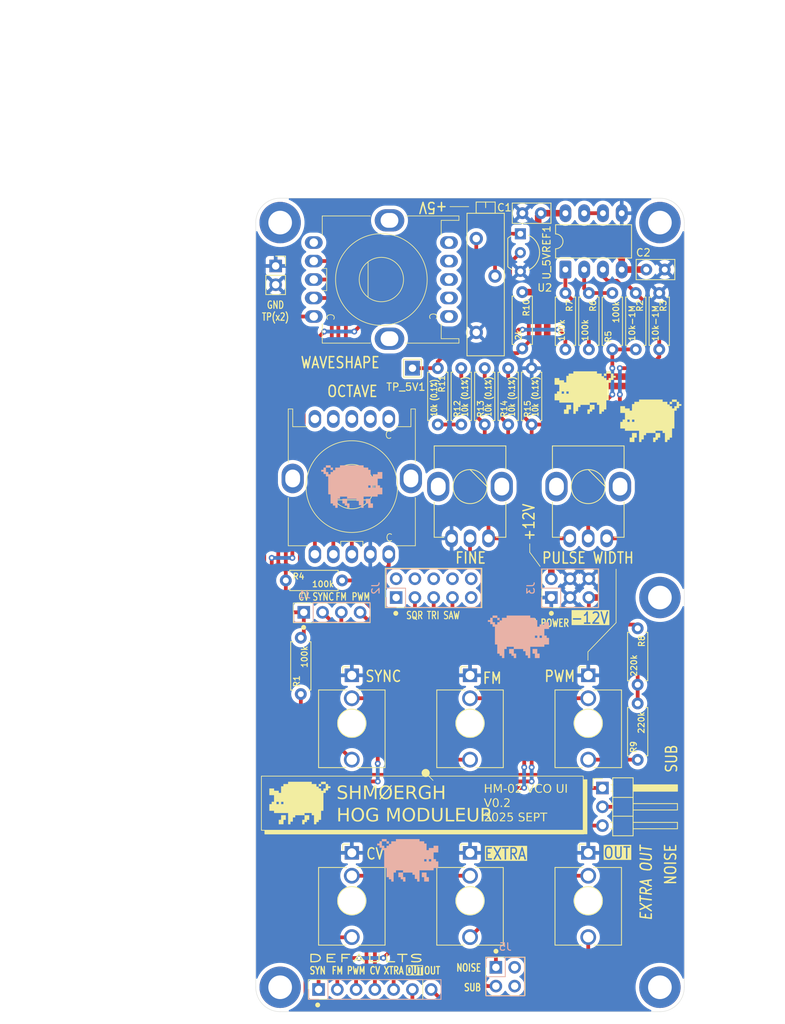
<source format=kicad_pcb>
(kicad_pcb (version 20241229) (generator "pcbnew") (generator_version "9.0")
  (layers (0 "F.Cu" signal) (2 "B.Cu" signal) (13 "F.Paste" user) (15 "B.Paste" user) (5 "F.SilkS" user "F.Silkscreen") (7 "B.SilkS" user "B.Silkscreen") (1 "F.Mask" user) (3 "B.Mask" user) (25 "Edge.Cuts" user))
  (net 0 "")
  (net 1 "HARD_SYNC")
  (net 2 "FM")
  (net 3 "CV")
  (net 4 "SQR_SHAPE")
  (net 7 "TRI")
  (net 9 "SAW")
  (net 11 "SQR")
  (net 12 "+12V")
  (net 13 "GND")
  (net 14 "-12V")
  (net 15 "NOISE")
  (net 16 "SUB")
  (net 17 "Net-(JP1-C)")
  (net 18 "Net-(J_CV1-PadT)")
  (net 19 "EXTRA_DEFAULT")
  (net 20 "OUT_DEFAULT")
  (net 21 "OUT_OUT")
  (net 22 "Net-(J_PWM1-PadT)")
  (net 23 "Net-(R4-Pad2)")
  (net 29 "Net-(U2B--)")
  (net 30 "Net-(U2A-+)")
  (net 33 "FM_DEFAULT")
  (net 34 "SYNC_DEFAULT")
  (net 35 "PWM_DEFAULT")
  (net 36 "CV_DEFAULT")
  (net 37 "PREC_1V")
  (net 38 "Net-(U2A--)")
  (net 39 "Net-(R6-Pad2)")
  (net 40 "Net-(R8-Pad1)")
  (net 41 "+5V")
  (net 42 "PREC_4V")
  (net 43 "PREC_3V")
  (net 44 "PREC_2V")
  (net 45 "Net-(U_5VREF1-IN)")
  (footprint "Shmoergh_Custom_Footprints:R_Axial_DIN0207_L6.3mm_D2.5mm_P7.62mm_Horizontal" (layer "F.Cu") (at 128.064 95.689)
    (property "Reference" "R4")
    (property "Value" "100k")
  )
  (footprint "Shmoergh_Custom_Footprints:R_Axial_DIN0207_L6.3mm_D2.5mm_P7.62mm_Horizontal" (layer "F.Cu") (at 175.689 119.946 90)
    (property "Reference" "R9")
    (property "Value" "220k")
  )
  (footprint "Shmoergh_Custom_Footprints:R_Axial_DIN0207_L6.3mm_D2.5mm_P7.62mm_Horizontal" (layer "F.Cu") (at 178.61 56.827 -90)
    (property "Reference" "R3")
    (property "Value" "10k-1M")
  )
  (footprint "Package_DIP:DIP-8_W7.62mm_LongPads" (layer "F.Cu") (at 165.91 53.652 90)
    (property "Reference" "U2")
    (property "Value" "TL072")
  )
  (footprint "Shmoergh_Custom_Footprints:Jack_3.5mm_QingPu_WQP-PJ398SM_Vertical_CircularHoles" (layer "F.Cu") (at 169 139)
    (property "Reference" "J_OUT1")
    (property "Value" "PJ398SM")
  )
  (footprint "Connector_PinSocket_2.54mm:PinSocket_1x02_P2.54mm_Vertical" (layer "F.Cu") (at 126.692 53.164)
    (property "Reference" "J4")
    (property "Value" "Conn_01x02")
  )
  (footprint "Shmoergh_Custom_Footprints:Potentiometer_Bourns_Single-PTV09A" (layer "F.Cu") (at 169 83)
    (property "Reference" "RV_PWM1")
    (property "Value" "100k")
  )
  (footprint "Shmoergh_Custom_Footprints:R_Axial_DIN0207_L6.3mm_D2.5mm_P7.62mm_Horizontal" (layer "F.Cu") (at 175.689 102.166 -90)
    (property "Reference" "R8")
    (property "Value" "220k")
  )
  (footprint "Potentiometer_THT:Potentiometer_Bourns_3006P_Horizontal" (layer "F.Cu") (at 153.845 62.152 -90)
    (property "Reference" "RV_MAIN_VCO_5V1")
    (property "Value" "10k")
  )
  (footprint "Shmoergh_Custom_Footprints:R_Axial_DIN0207_L6.3mm_D2.5mm_P7.62mm_Horizontal" (layer "F.Cu") (at 165.91 56.827 -90)
    (property "Reference" "R7")
    (property "Value" "100k")
  )
  (footprint "Shmoergh_Custom_Footprints:R_Axial_DIN0207_L6.3mm_D2.5mm_P7.62mm_Horizontal" (layer "F.Cu") (at 175.435 56.827 -90)
    (property "Reference" "R2")
    (property "Value" "10k-1M")
  )
  (footprint "Capacitor_THT:C_Disc_D5.0mm_W2.5mm_P2.50mm" (layer "F.Cu") (at 162.588 46.032 180)
    (property "Reference" "C1")
    (property "Value" "C")
  )
  (footprint "Shmoergh_Custom_Footprints:Jack_3.5mm_QingPu_WQP-PJ398SM_Vertical_CircularHoles" (layer "F.Cu") (at 153 139)
    (property "Reference" "J_EXTRA_OUT1")
    (property "Value" "PJ398SM")
  )
  (footprint "TestPoint:TestPoint_THTPad_2.0x2.0mm_Drill1.0mm" (layer "F.Cu") (at 145.209 66.987)
    (property "Reference" "TP_5V1")
    (property "Value" "TP 5V")
  )
  (footprint "Shmoergh_Custom_Footprints:Potentiometer_Bourns_Single-PTV09A" (layer "F.Cu") (at 153 83)
    (property "Reference" "RV_FINE_TUNE1")
    (property "Value" "100k")
  )
  (footprint "Shmoergh_Custom_Footprints:SR1712-0204" (layer "F.Cu") (at 137 83)
    (property "Reference" "U1")
    (property "Value" "0204")
  )
  (footprint "MountingHole:MountingHole_3.2mm_M3_DIN965_Pad" (layer "F.Cu") (at 178.7 47.3)
    (property "Reference" "H2")
    (property "Value" "MountingHole")
  )
  (footprint "Shmoergh_Custom_Footprints:Jack_3.5mm_QingPu_WQP-PJ398SM_Vertical_CircularHoles" (layer "F.Cu") (at 169 115)
    (property "Reference" "J_PWM1")
    (property "Value" "PJ398SM")
  )
  (footprint "MountingHole:MountingHole_3.2mm_M3_DIN965_Pad" (layer "F.Cu") (at 178.7 150.7)
    (property "Reference" "H3")
    (property "Value" "MountingHole")
  )
  (footprint "Shmoergh_Custom_Footprints:R_Axial_DIN0207_L6.3mm_D2.5mm_P7.62mm_Horizontal" (layer "F.Cu") (at 172.26 64.447 90)
    (property "Reference" "R5")
    (property "Value" "100k")
  )
  (footprint "Shmoergh_Custom_Footprints:R_Axial_DIN0207_L6.3mm_D2.5mm_P7.62mm_Horizontal" (layer "F.Cu") (at 160.068 56.7 -90)
    (property "Reference" "R10")
    (property "Value" "2k")
  )
  (footprint "Shmoergh_Custom_Footprints:Jack_3.5mm_QingPu_WQP-PJ398SM_Vertical_CircularHoles" (layer "F.Cu") (at 153 115)
    (property "Reference" "J_FM1")
    (property "Value" "PJ398SM")
  )
  (footprint "Shmoergh_Custom_Footprints:R_Axial_DIN0207_L6.3mm_D2.5mm_P7.62mm_Horizontal" (layer "F.Cu") (at 151.813 74.607 90)
    (property "Reference" "R12")
    (property "Value" "10k (0.1%)")
  )
  (footprint "Package_TO_SOT_THT:TO-92L_Inline_Wide" (layer "F.Cu") (at 159.814 48.816 -90)
    (property "Reference" "U_5VREF1")
    (property "Value" "LM336Z5")
  )
  (footprint "Shmoergh_Custom_Footprints:R_Axial_DIN0207_L6.3mm_D2.5mm_P7.62mm_Horizontal" (layer "F.Cu") (at 154.988 74.607 90)
    (property "Reference" "R13")
    (property "Value" "10k (0.1%)")
  )
  (footprint "Shmoergh_Custom_Footprints:Jack_3.5mm_QingPu_WQP-PJ398SM_Vertical_CircularHoles" (layer "F.Cu") (at 137 139)
    (property "Reference" "J_CV1")
    (property "Value" "PJ398SM")
  )
  (footprint "Shmoergh_Logo:Gyeszno" (layer "F.Cu") (at 177.467 74.099)
    (property "Reference" "G***" (hide yes))
    (property "Value" "LOGO" (hide yes))
  )
  (footprint "MountingHole:MountingHole_3.2mm_M3_DIN965_Pad" (layer "F.Cu") (at 127.3 47.3)
    (property "Reference" "H1")
    (property "Value" "MountingHole")
  )
  (footprint "Connector_PinHeader_2.54mm:PinHeader_1x03_P2.54mm_Horizontal" (layer "F.Cu") (at 170.923 123.756)
    (property "Reference" "JP1")
    (property "Value" "Jumper_3_Open")
  )
  (footprint "MountingHole:MountingHole_3.2mm_M3_DIN965_Pad" (layer "F.Cu") (at 127.3 150.7)
    (property "Reference" "H4")
    (property "Value" "MountingHole")
  )
  (footprint "Capacitor_THT:C_Disc_D5.0mm_W2.5mm_P2.50mm" (layer "F.Cu") (at 179.352 53.652 180)
    (property "Reference" "C2")
    (property "Value" "C")
  )
  (footprint "Shmoergh_Custom_Footprints:R_Axial_DIN0207_L6.3mm_D2.5mm_P7.62mm_Horizontal" (layer "F.Cu") (at 161.338 74.607 90)
    (property "Reference" "R15")
    (property "Value" "10k (0.1%)")
  )
  (footprint "Shmoergh_Logo:Gyeszno" (layer "F.Cu") (at 129.969 125.788)
    (property "Reference" "G***" (hide yes))
    (property "Value" "LOGO" (hide yes))
  )
  (footprint "Shmoergh_Custom_Footprints:R_Axial_DIN0207_L6.3mm_D2.5mm_P7.62mm_Horizontal" (layer "F.Cu") (at 130.096 111.056 90)
    (property "Reference" "R1")
    (property "Value" "100k")
  )
  (footprint "Shmoergh_Custom_Footprints:R_Axial_DIN0207_L6.3mm_D2.5mm_P7.62mm_Horizontal" (layer "F.Cu") (at 169.085 56.827 -90)
    (property "Reference" "R6")
    (property "Value" "100k")
  )
  (footprint "Shmoergh_Custom_Footprints:R_Axial_DIN0207_L6.3mm_D2.5mm_P7.62mm_Horizontal" (layer "F.Cu") (at 158.163 74.607 90)
    (property "Reference" "R14")
    (property "Value" "10k (0.1%)")
  )
  (footprint "Shmoergh_Custom_Footprints:SR1712-0203" (layer "F.Cu") (at 141 55 -90)
    (property "Reference" "U3")
    (property "Value" "0203")
  )
  (footprint "Shmoergh_Custom_Footprints:Jack_3.5mm_QingPu_WQP-PJ398SM_Vertical_CircularHoles" (layer "F.Cu") (at 137 115)
    (property "Reference" "J_SYNC1")
    (property "Value" "PJ398SM")
  )
  (footprint "MountingHole:MountingHole_3.2mm_M3_DIN965_Pad" (layer "F.Cu") (at 178.7 98)
    (property "Reference" "H5")
    (property "Value" "MountingHole")
  )
  (footprint "Shmoergh_Logo:Gyeszno" (layer "F.Cu") (at 168.577 70.289)
    (property "Reference" "G***" (hide yes))
    (property "Value" "LOGO" (hide yes))
  )
  (footprint "Shmoergh_Custom_Footprints:R_Axial_DIN0207_L6.3mm_D2.5mm_P7.62mm_Horizontal" (layer "F.Cu") (at 148.638 66.987 -90)
    (property "Reference" "R11")
    (property "Value" "10k (0.1%)")
  )
  (footprint "Connector_PinSocket_2.54mm:PinSocket_1x04_P2.54mm_Vertical" (layer "B.Cu") (at 130.5 100 -90)
    (property "Reference" "J1")
    (property "Value" "Conn_01x04")
  )
  (footprint "Connector_PinSocket_2.54mm:PinSocket_2x03_P2.54mm_Vertical" (layer "B.Cu") (at 164 98 -90)
    (property "Reference" "J3")
    (property "Value" "Conn_02x03_Odd_Even")
  )
  (footprint "Connector_PinSocket_2.54mm:PinSocket_1x07_P2.54mm_Vertical" (layer "B.Cu") (at 132.5 151 -90)
    (property "Reference" "J6")
    (property "Value" "Conn_01x07")
  )
  (footprint "Shmoergh_Logo:Gyeszno" (layer "B.Cu") (at 159.56 103.309 180)
    (property "Reference" "G***" (hide yes))
    (property "Value" "LOGO" (hide yes))
  )
  (footprint "Shmoergh_Logo:Gyeszno" (layer "B.Cu") (at 144.574 133.535 180)
    (property "Reference" "G***" (hide yes))
    (property "Value" "LOGO" (hide yes))
  )
  (footprint "Connector_PinSocket_2.54mm:PinSocket_2x02_P2.54mm_Vertical" (layer "B.Cu") (at 156.5 148 180)
    (property "Reference" "J5")
    (property "Value" "Conn_02x02_Counter_Clockwise")
  )
  (footprint "Connector_PinSocket_2.54mm:PinSocket_2x05_P2.54mm_Vertical" (layer "B.Cu") (at 143 98 -90)
    (property "Reference" "J2")
    (property "Value" "Conn_02x05_Odd_Even")
  )
  (footprint "Shmoergh_Logo:Gyeszno" (layer "B.Cu") (at 137 83 180)
    (property "Reference" "G***" (hide yes))
    (property "Value" "LOGO" (hide yes))
  )
  (gr_line (start 150.289 45.143) (end 152.829 45.143) (stroke (width 0.1)) (layer "F.SilkS"))
  (gr_rect (start 131.112 149.664) (end 146.606 152.331) (stroke (width 0.1)) (fill no) (layer "F.SilkS"))
  (gr_circle (center 142.952981 100.134) (end 143.206981 100.261) (stroke (width 0.1)) (fill yes) (layer "F.SilkS"))
  (gr_line (start 172.768 94.165) (end 172.768 101.404) (stroke (width 0.1)) (layer "F.SilkS"))
  (gr_line (start 172.768 101.404) (end 168.958 105.341) (stroke (width 0.1)) (layer "F.SilkS"))
  (gr_rect (start 162.735 94.165) (end 170.355 99.372) (stroke (width 0.1)) (fill no) (layer "F.SilkS"))
  (gr_rect (start 125.232 129.475) (end 168.361 129.975) (stroke (width 0.1)) (fill yes) (layer "F.SilkS"))
  (gr_line (start 161.084 90.736) (end 161.084 91.879) (stroke (width 0.1)) (layer "F.SilkS"))
  (gr_line (start 147.995 122.724) (end 146.995 121.724) (stroke (width 0.1)) (layer "F.SilkS"))
  (gr_rect (start 129.08 98.737) (end 139.494 101.404) (stroke (width 0.1)) (fill no) (layer "F.SilkS"))
  (gr_line (start 161.084 91.879) (end 162.481 93.784) (stroke (width 0.1)) (layer "F.SilkS"))
  (gr_rect (start 141.526 94.038) (end 154.607 99.372) (stroke (width 0.1)) (fill no) (layer "F.SilkS"))
  (gr_circle (center 132.382 153.093) (end 132.636 153.22) (stroke (width 0.1)) (fill yes) (layer "F.SilkS"))
  (gr_line (start 168.958 105.341) (end 168.958 106.484) (stroke (width 0.1)) (layer "F.SilkS"))
  (gr_rect (start 168.327 122.634) (end 168.827 129.958) (stroke (width 0.1)) (fill yes) (layer "F.SilkS"))
  (gr_circle (center 164.005 100.134) (end 164.259 100.261) (stroke (width 0.1)) (fill yes) (layer "F.SilkS"))
  (gr_rect (start 124.762 122.147) (end 168.323 129.471) (stroke (width 0.1)) (fill no) (layer "F.SilkS"))
  (gr_rect (start 155.115 146.616) (end 160.449 151.823) (stroke (width 0.1)) (fill no) (layer "F.SilkS"))
  (gr_circle (center 156.512 145.824019) (end 156.766 145.951019) (stroke (width 0.1)) (fill yes) (layer "F.SilkS"))
  (gr_circle (center 146.995 121.724) (end 146.995 121.224) (stroke (width 0.1)) (fill yes) (layer "F.SilkS"))
  (gr_circle (center 130.477 102.039) (end 130.731 102.166) (stroke (width 0.1)) (fill yes) (layer "F.SilkS"))
  (gr_line (start 178.7 154) (end 127.3 154) (stroke (width 0.05)) (layer "Edge.Cuts"))
  (gr_arc (start 182 150.7) (mid 181.033452 153.033452) (end 178.7 154) (stroke (width 0.05)) (layer "Edge.Cuts"))
  (gr_line (start 182 47.3) (end 182 150.7) (stroke (width 0.05)) (layer "Edge.Cuts"))
  (gr_line (start 127.3 44) (end 178.7 44) (stroke (width 0.05)) (layer "Edge.Cuts"))
  (gr_line (start 124 150.7) (end 124 47.3) (stroke (width 0.05)) (layer "Edge.Cuts"))
  (gr_arc (start 124 47.3) (mid 124.966548 44.966548) (end 127.3 44) (stroke (width 0.05)) (layer "Edge.Cuts"))
  (gr_arc (start 127.3 154) (mid 124.966548 153.033452) (end 124 150.7) (stroke (width 0.05)) (layer "Edge.Cuts"))
  (gr_arc (start 178.7 44) (mid 181.033452 44.966548) (end 182 47.3) (stroke (width 0.05)) (layer "Edge.Cuts"))
  (gr_text "SHMØERGH \nHOG MODULEUR" (at 134.922 128.582 0) (layer "F.SilkS") (effects (font (size 1.8 1.8) (thickness 0.1)) (justify left bottom)))
  (gr_text "PWM" (at 138.224 98.483 0) (layer "F.SilkS") (effects (font (size 1 0.75) (thickness 0.15) (bold yes)) (justify bottom)))
  (gr_text "+5V" (at 148.003 44.381 180) (layer "F.SilkS") (effects (font (size 1.5 1.25) (thickness 0.2) (bold yes)) (justify bottom)))
  (gr_text "PWM" (at 165.148 109.532 0) (layer "F.SilkS") (effects (font (size 1.5 1.25) (thickness 0.2) (bold yes)) (justify bottom)))
  (gr_text "CV" (at 140.129 133.535 0) (layer "F.SilkS") (effects (font (size 1.5 1.25) (thickness 0.2) (bold yes)) (justify bottom)))
  (gr_text "DEFAULTS" (at 138.859 147.378 0) (layer "F.SilkS") (effects (font (size 1 2.2) (thickness 0.17) (bold yes)) (justify bottom)))
  (gr_text "SUB" (at 153.337 151.315 0) (layer "F.SilkS") (effects (font (size 1 0.75) (thickness 0.17) (bold yes)) (justify bottom)))
  (gr_text "FM" (at 156.004 109.786 0) (layer "F.SilkS") (effects (font (size 1.5 1.25) (thickness 0.2) (bold yes)) (justify bottom)))
  (gr_text "PWM" (at 137.589 149.029 0) (layer "F.SilkS") (effects (font (size 1 0.75) (thickness 0.17) (bold yes)) (justify bottom)))
  (gr_text "CV" (at 140.129 149.029 0) (layer "F.SilkS") (effects (font (size 1 0.75) (thickness 0.17) (bold yes)) (justify bottom)))
  (gr_text "FINE" (at 153.083 93.53 0) (layer "F.SilkS") (effects (font (size 1.5 1.25) (thickness 0.2) (bold yes)) (justify bottom)))
  (gr_text "SUB" (at 181.15 117.787 90) (layer "F.SilkS") (effects (font (size 1.5 1.25) (thickness 0.2) (bold yes)) (justify right bottom)))
  (gr_text "PULSE WIDTH" (at 168.958 93.53 0) (layer "F.SilkS") (effects (font (size 1.5 1.25) (thickness 0.2) (bold yes)) (justify bottom)))
  (gr_text "FM" (at 135.049 149.029 0) (layer "F.SilkS") (effects (font (size 1 0.75) (thickness 0.17) (bold yes)) (justify bottom)))
  (gr_text "SQR" (at 145.5 101 0) (layer "F.SilkS") (effects (font (size 1 0.75) (thickness 0.15) (bold yes)) (justify bottom)))
  (gr_text "XTRA" (at 142.669 149.029 0) (layer "F.SilkS") (effects (font (size 1 0.75) (thickness 0.17) (bold yes)) (justify bottom)))
  (gr_text "OUT" (at 147.876 149.029 0) (layer "F.SilkS") (effects (font (size 1 0.75) (thickness 0.17) (bold yes)) (justify bottom)))
  (gr_text "NOISE" (at 181.023 136.964 90) (layer "F.SilkS") (effects (font (size 1.5 1.25) (thickness 0.2) (bold yes)) (justify left bottom)))
  (gr_text "UI POWER" (at 163.624 102.039 0) (layer "F.SilkS") (effects (font (size 1 0.75) (thickness 0.17) (bold yes)) (justify bottom)))
  (gr_text "OCTAVE" (at 137.081 71 0) (layer "F.SilkS") (effects (font (size 1.5 1.25) (thickness 0.2) (bold yes)) (justify bottom)))
  (gr_text "EXTRA OUT" (at 177.721 141.79 90) (layer "F.SilkS") (effects (font (size 1.5 1.25) (thickness 0.2) (bold yes) (italic yes)) (justify left bottom)))
  (gr_text "+12V" (at 161.846 87.815 90) (layer "F.SilkS") (effects (font (size 1.5 1.25) (thickness 0.2) (bold yes)) (justify bottom)))
  (gr_text "WAVESHAPE" (at 135.43 67.114 0) (layer "F.SilkS") (effects (font (size 1.5 1.25) (thickness 0.2) (bold yes)) (justify bottom)))
  (gr_text "OUT" (at 172.895 133.408 0) (layer "F.SilkS" knockout) (effects (font (size 1.5 1.25) (thickness 0.2) (bold yes)) (justify bottom)))
  (gr_text "SAW" (at 150.5 101 0) (layer "F.SilkS") (effects (font (size 1 0.75) (thickness 0.15) (bold yes)) (justify bottom)))
  (gr_text "EXTRA" (at 157.782 133.535 0) (layer "F.SilkS" knockout) (effects (font (size 1.5 1.25) (thickness 0.2) (bold yes)) (justify bottom)))
  (gr_text "SYNC" (at 141.272 109.532 0) (layer "F.SilkS") (effects (font (size 1.5 1.25) (thickness 0.2) (bold yes)) (justify bottom)))
  (gr_text "SYN" (at 132.382 149.029 0) (layer "F.SilkS") (effects (font (size 1 0.75) (thickness 0.17) (bold yes)) (justify bottom)))
  (gr_text "FM" (at 135.557 98.483 0) (layer "F.SilkS") (effects (font (size 1 0.75) (thickness 0.15) (bold yes)) (justify bottom)))
  (gr_text "OUT" (at 145.463 149.029 0) (layer "F.SilkS" knockout) (effects (font (size 1 0.75) (thickness 0.17) (bold yes)) (justify bottom)))
  (gr_text "NOISE" (at 152.829 148.648 0) (layer "F.SilkS") (effects (font (size 1 0.75) (thickness 0.17) (bold yes)) (justify bottom)))
  (gr_text "SYNC" (at 133.144 98.483 0) (layer "F.SilkS") (effects (font (size 1 0.75) (thickness 0.15) (bold yes)) (justify bottom)))
  (gr_text "GND\nTP(x2)" (at 126.667 60.637 0) (layer "F.SilkS") (effects (font (size 1 0.75) (thickness 0.15) (bold yes)) (justify bottom)))
  (gr_text "-12V" (at 169.212 101.658 0) (layer "F.SilkS" knockout) (effects (font (size 1.5 1.25) (thickness 0.2) (bold yes)) (justify bottom)))
  (gr_text "TRI" (at 148 101 0) (layer "F.SilkS") (effects (font (size 1 0.75) (thickness 0.15) (bold yes)) (justify bottom)))
  (gr_text "HM-02 VCO UI \nV0.2 \n2025 SEPT" (at 154.861 128.455 0) (layer "F.SilkS") (effects (font (size 1.15 1.15) (thickness 0.1)) (justify left bottom)))
  (gr_text "CV" (at 130.477 98.483 0) (layer "F.SilkS") (effects (font (size 1 0.75) (thickness 0.15) (bold yes)) (justify bottom)))
  (segment (start 133.04 100) (end 134.414 101.374) (width 0.508) (layer "F.Cu") (net 1))
  (segment (start 134.414 117.334) (end 137 119.92) (width 0.508) (layer "F.Cu") (net 1))
  (segment (start 134.414 101.374) (end 134.414 117.334) (width 0.508) (layer "F.Cu") (net 1))
  (segment (start 135.58 105.237) (end 136.573 106.23) (width 0.508) (layer "F.Cu") (net 2))
  (segment (start 144.701 106.23) (end 147.114 108.643) (width 0.508) (layer "F.Cu") (net 2))
  (segment (start 136.573 106.23) (end 144.701 106.23) (width 0.508) (layer "F.Cu") (net 2))
  (segment (start 147.114 117.152) (end 149.882 119.92) (width 0.508) (layer "F.Cu") (net 2))
  (segment (start 149.882 119.92) (end 153 119.92) (width 0.508) (layer "F.Cu") (net 2))
  (segment (start 147.114 108.643) (end 147.114 117.152) (width 0.508) (layer "F.Cu") (net 2))
  (segment (start 135.58 100) (end 135.58 105.237) (width 0.508) (layer "F.Cu") (net 2))
  (segment (start 128.064 94.405678) (end 127.048 93.389678) (width 0.508) (layer "F.Cu") (net 3))
  (segment (start 126.413 86.799) (end 126.413 72.448) (width 0.508) (layer "F.Cu") (net 3))
  (segment (start 126.286 69.019) (end 133.271 62.034) (width 0.508) (layer "F.Cu") (net 3))
  (segment (start 157.401 63.939) (end 148.765 63.939) (width 0.508) (layer "F.Cu") (net 3))
  (segment (start 165.148 61.78) (end 165.91 62.542) (width 0.508) (layer "F.Cu") (net 3))
  (segment (start 126.286 72.321) (end 126.286 69.019) (width 0.508) (layer "F.Cu") (net 3))
  (segment (start 144.828 60.002) (end 139.367 60.002) (width 0.508) (layer "F.Cu") (net 3))
  (segment (start 126.413 72.448) (end 126.286 72.321) (width 0.508) (layer "F.Cu") (net 3))
  (segment (start 127.048 87.434) (end 126.413 86.799) (width 0.508) (layer "F.Cu") (net 3))
  (segment (start 130.5 100) (end 128.819 100) (width 0.508) (layer "F.Cu") (net 3))
  (segment (start 159.56 61.78) (end 157.401 63.939) (width 0.508) (layer "F.Cu") (net 3))
  (segment (start 139.367 60.002) (end 137.335 62.034) (width 0.508) (layer "F.Cu") (net 3))
  (segment (start 130.5 100) (end 130.5 103.032) (width 0.508) (layer "F.Cu") (net 3))
  (segment (start 128.064 99.245) (end 128.064 95.689) (width 0.508) (layer "F.Cu") (net 3))
  (segment (start 164.894 61.78) (end 165.148 61.78) (width 0.508) (layer "F.Cu") (net 3))
  (segment (start 148.765 63.939) (end 144.828 60.002) (width 0.508) (layer "F.Cu") (net 3))
  (segment (start 160.103 61.78) (end 159.56 61.78) (width 0.508) (layer "F.Cu") (net 3))
  (segment (start 127.048 93.389678) (end 127.048 87.434) (width 0.508) (layer "F.Cu") (net 3))
  (segment (start 128.064 95.689) (end 128.064 94.405678) (width 0.508) (layer "F.Cu") (net 3))
  (segment (start 165.91 62.542) (end 165.91 64.447) (width 0.508) (layer "F.Cu") (net 3))
  (segment (start 128.819 100) (end 128.064 99.245) (width 0.508) (layer "F.Cu") (net 3))
  (segment (start 130.5 103.032) (end 130.096 103.436) (width 0.508) (layer "F.Cu") (net 3))
  (via (at 133.271 62.034) (size 0.8) (drill 0.4) (layers "F.Cu" "B.Cu") (net 3))
  (via (at 137.335 62.034) (size 0.8) (drill 0.4) (layers "F.Cu" "B.Cu") (net 3))
  (via (at 160.103 61.78) (size 0.8) (drill 0.4) (layers "F.Cu" "B.Cu") (net 3))
  (via (at 164.894 61.78) (size 0.8) (drill 0.4) (layers "F.Cu" "B.Cu") (net 3))
  (segment (start 160.103 61.78) (end 164.894 61.78) (width 0.508) (layer "B.Cu") (net 3))
  (segment (start 133.271 62.034) (end 137.335 62.034) (width 0.508) (layer "B.Cu") (net 3))
  (segment (start 142.572 104.452) (end 173.149 104.452) (width 0.508) (layer "F.Cu") (net 4))
  (segment (start 173.149 104.452) (end 175.689 106.992) (width 0.508) (layer "F.Cu") (net 4))
  (segment (start 175.689 112.326) (end 175.689 109.786) (width 0.508) (layer "F.Cu") (net 4))
  (segment (start 175.689 106.992) (end 175.689 109.786) (width 0.508) (layer "F.Cu") (net 4))
  (segment (start 138.12 100) (end 142.572 104.452) (width 0.508) (layer "F.Cu") (net 4))
  (segment (start 134.287 63.05) (end 128.445 68.892) (width 0.508) (layer "F.Cu") (net 7))
  (segment (start 131.493 80.195) (end 131.493 84.132) (width 0.508) (layer "F.Cu") (net 7))
  (segment (start 148.08 99.93) (end 148.08 98) (width 0.508) (layer "F.Cu") (net 7))
  (segment (start 128.445 68.892) (end 128.445 77.147) (width 0.508) (layer "F.Cu") (net 7))
  (segment (start 131.493 84.132) (end 128.064 87.561) (width 0.508) (layer "F.Cu") (net 7))
  (segment (start 128.445 77.147) (end 131.493 80.195) (width 0.508) (layer "F.Cu") (net 7))
  (segment (start 133.69 57.5) (end 134.287 58.097) (width 0.508) (layer "F.Cu") (net 7))
  (segment (start 141.653 101.404) (end 146.606 101.404) (width 0.508) (layer "F.Cu") (net 7))
  (segment (start 138.478 98.229) (end 141.653 101.404) (width 0.508) (layer "F.Cu") (net 7))
  (segment (start 134.287 58.097) (end 134.287 63.05) (width 0.508) (layer "F.Cu") (net 7))
  (segment (start 132.89 98.229) (end 138.478 98.229) (width 0.508) (layer "F.Cu") (net 7))
  (segment (start 128.064 87.561) (end 128.064 93.403) (width 0.508) (layer "F.Cu") (net 7))
  (segment (start 128.064 93.403) (end 132.89 98.229) (width 0.508) (layer "F.Cu") (net 7))
  (segment (start 146.606 101.404) (end 148.08 99.93) (width 0.508) (layer "F.Cu") (net 7))
  (segment (start 131.85 57.5) (end 133.69 57.5) (width 0.508) (layer "F.Cu") (net 7))
  (segment (start 135.557 121.978) (end 162.227 121.978) (width 0.508) (layer "F.Cu") (net 9))
  (segment (start 129.461 76.639) (end 132.509 79.687) (width 0.508) (layer "F.Cu") (net 9))
  (segment (start 166.418 117.787) (end 176.07 117.787) (width 0.508) (layer "F.Cu") (net 9))
  (segment (start 131.747 107.119) (end 133.271 108.643) (width 0.508) (layer "F.Cu") (net 9))
  (segment (start 129.461 69.4) (end 129.461 76.639) (width 0.508) (layer "F.Cu") (net 9))
  (segment (start 128.953 91.117) (end 128.953 92.641) (width 0.508) (layer "F.Cu") (net 9))
  (segment (start 135.176 63.685) (end 129.461 69.4) (width 0.508) (layer "F.Cu") (net 9))
  (segment (start 162.227 121.978) (end 166.418 117.787) (width 0.508) (layer "F.Cu") (net 9))
  (segment (start 152.321 103.436) (end 150.62 101.735) (width 0.508) (layer "F.Cu") (net 9))
  (segment (start 173.784 103.436) (end 152.321 103.436) (width 0.508) (layer "F.Cu") (net 9))
  (segment (start 132.509 79.687) (end 132.509 84.767) (width 0.508) (layer "F.Cu") (net 9))
  (segment (start 177.721 116.136) (end 177.721 107.373) (width 0.508) (layer "F.Cu") (net 9))
  (segment (start 150.62 101.735) (end 150.62 98) (width 0.508) (layer "F.Cu") (net 9))
  (segment (start 134.365 55) (end 135.176 55.811) (width 0.508) (layer "F.Cu") (net 9))
  (segment (start 131.85 55) (end 134.365 55) (width 0.508) (layer "F.Cu") (net 9))
  (segment (start 150.67 98.05) (end 150.62 98) (width 0.508) (layer "F.Cu") (net 9))
  (segment (start 177.721 107.373) (end 173.784 103.436) (width 0.508) (layer "F.Cu") (net 9))
  (segment (start 135.176 55.811) (end 135.176 63.685) (width 0.508) (layer "F.Cu") (net 9))
  (segment (start 133.271 108.643) (end 133.271 119.692) (width 0.508) (layer "F.Cu") (net 9))
  (segment (start 126.159 92.641) (end 126.159 104.706) (width 0.508) (layer "F.Cu") (net 9))
  (segment (start 128.572 107.119) (end 131.747 107.119) (width 0.508) (layer "F.Cu") (net 9))
  (segment (start 126.159 104.706) (end 128.572 107.119) (width 0.508) (layer "F.Cu") (net 9))
  (segment (start 176.07 117.787) (end 177.721 116.136) (width 0.508) (layer "F.Cu") (net 9))
  (segment (start 128.953 88.323) (end 128.953 91.117) (width 0.508) (layer "F.Cu") (net 9))
  (segment (start 133.271 119.692) (end 135.557 121.978) (width 0.508) (layer "F.Cu") (net 9))
  (segment (start 132.509 84.767) (end 128.953 88.323) (width 0.508) (layer "F.Cu") (net 9))
  (via (at 128.953 92.641) (size 0.8) (drill 0.4) (layers "F.Cu" "B.Cu") (net 9))
  (via (at 126.159 92.641) (size 0.8) (drill 0.4) (layers "F.Cu" "B.Cu") (net 9))
  (segment (start 128.953 92.641) (end 126.159 92.641) (width 0.508) (layer "B.Cu") (net 9))
  (segment (start 145.54 99.803) (end 145.54 98) (width 0.508) (layer "F.Cu") (net 11))
  (segment (start 136.192 53.779) (end 136.192 64.32) (width 0.508) (layer "F.Cu") (net 11))
  (segment (start 142.161 100.388) (end 144.955 100.388) (width 0.508) (layer "F.Cu") (net 11))
  (segment (start 133.525 79.306) (end 133.525 85.402) (width 0.508) (layer "F.Cu") (net 11))
  (segment (start 129.969 93.657) (end 133.652 97.34) (width 0.508) (layer "F.Cu") (net 11))
  (segment (start 136.192 64.32) (end 130.477 70.035) (width 0.508) (layer "F.Cu") (net 11))
  (segment (start 129.969 88.958) (end 129.969 93.657) (width 0.508) (layer "F.Cu") (net 11))
  (segment (start 133.525 85.402) (end 129.969 88.958) (width 0.508) (layer "F.Cu") (net 11))
  (segment (start 134.913 52.5) (end 136.192 53.779) (width 0.508) (layer "F.Cu") (net 11))
  (segment (start 130.477 76.258) (end 133.525 79.306) (width 0.508) (layer "F.Cu") (net 11))
  (segment (start 139.113 97.34) (end 142.161 100.388) (width 0.508) (layer "F.Cu") (net 11))
  (segment (start 131.85 52.5) (end 134.913 52.5) (width 0.508) (layer "F.Cu") (net 11))
  (segment (start 144.955 100.388) (end 145.54 99.803) (width 0.508) (layer "F.Cu") (net 11))
  (segment (start 130.477 70.035) (end 130.477 76.258) (width 0.508) (layer "F.Cu") (net 11))
  (segment (start 133.652 97.34) (end 139.113 97.34) (width 0.508) (layer "F.Cu") (net 11))
  (segment (start 173.81 90) (end 175.435 91.625) (width 0.508) (layer "F.Cu") (net 12))
  (segment (start 162.227 56.7) (end 162.227 46.393) (width 0.889) (layer "F.Cu") (net 12))
  (segment (start 160.068 56.7) (end 162.227 56.7) (width 0.889) (layer "F.Cu") (net 12))
  (segment (start 162.588 46.032) (end 165.91 46.032) (width 0.889) (layer "F.Cu") (net 12))
  (segment (start 162.227 46.393) (end 162.588 46.032) (width 0.889) (layer "F.Cu") (net 12))
  (segment (start 164 93.789) (end 165.021 92.768) (width 0.889) (layer "F.Cu") (net 12))
  (segment (start 178.61 72.448) (end 175.562 69.4) (width 0.889) (layer "F.Cu") (net 12))
  (segment (start 178.61 88.45) (end 178.61 72.448) (width 0.889) (layer "F.Cu") (net 12))
  (segment (start 166.164 69.4) (end 162.227 65.463) (width 0.889) (layer "F.Cu") (net 12))
  (segment (start 171.5 90) (end 173.81 90) (width 0.508) (layer "F.Cu") (net 12))
  (segment (start 175.435 91.625) (end 178.61 88.45) (width 0.889) (layer "F.Cu") (net 12))
  (segment (start 175.562 69.4) (end 166.164 69.4) (width 0.889) (layer "F.Cu") (net 12))
  (segment (start 164 95.46) (end 164 93.789) (width 0.889) (layer "F.Cu") (net 12))
  (segment (start 165.021 92.768) (end 174.292 92.768) (width 0.889) (layer "F.Cu") (net 12))
  (segment (start 174.292 92.768) (end 175.435 91.625) (width 0.889) (layer "F.Cu") (net 12))
  (segment (start 162.227 65.463) (end 162.227 56.7) (width 0.889) (layer "F.Cu") (net 12))
  (segment (start 163.725 90) (end 161.338 92.387) (width 0.508) (layer "F.Cu") (net 14))
  (segment (start 179.88 71.94) (end 179.88 88.958) (width 0.889) (layer "F.Cu") (net 14))
  (segment (start 166.672 68.13) (end 176.07 68.13) (width 0.889) (layer "F.Cu") (net 14))
  (segment (start 162.862 100.642) (end 168.196 100.642) (width 0.508) (layer "F.Cu") (net 14))
  (segment (start 173.53 52.128) (end 172.514 51.112) (width 0.889) (layer "F.Cu") (net 14))
  (segment (start 172.514 51.112) (end 165.021 51.112) (width 0.889) (layer "F.Cu") (net 14))
  (segment (start 163.444 64.902) (end 166.672 68.13) (width 0.889) (layer "F.Cu") (net 14))
  (segment (start 168.196 100.642) (end 169.08 99.758) (width 0.508) (layer "F.Cu") (net 14))
  (segment (start 173.53 53.652) (end 173.53 52.128) (width 0.889) (layer "F.Cu") (net 14))
  (segment (start 169.08 99.758) (end 169.08 98) (width 0.508) (layer "F.Cu") (net 14))
  (segment (start 179.88 88.958) (end 170.838 98) (width 0.889) (layer "F.Cu") (net 14))
  (segment (start 176.852 53.652) (end 173.53 53.652) (width 0.889) (layer "F.Cu") (net 14))
  (segment (start 170.838 98) (end 169.08 98) (width 0.889) (layer "F.Cu") (net 14))
  (segment (start 176.07 68.13) (end 179.88 71.94) (width 0.889) (layer "F.Cu") (net 14))
  (segment (start 165.021 51.112) (end 163.444 52.689) (width 0.889) (layer "F.Cu") (net 14))
  (segment (start 163.444 52.689) (end 163.444 64.902) (width 0.889) (layer "F.Cu") (net 14))
  (segment (start 161.338 99.118) (end 162.862 100.642) (width 0.508) (layer "F.Cu") (net 14))
  (segment (start 161.338 92.387) (end 161.338 99.118) (width 0.508) (layer "F.Cu") (net 14))
  (segment (start 166.5 90) (end 163.725 90) (width 0.508) (layer "F.Cu") (net 14))
  (segment (start 156.5 145.739) (end 158.671 143.568) (width 0.508) (layer "F.Cu") (net 15))
  (segment (start 156.5 148) (end 156.5 145.739) (width 0.508) (layer "F.Cu") (net 15))
  (segment (start 158.671 136.008) (end 165.843 128.836) (width 0.508) (layer "F.Cu") (net 15))
  (segment (start 165.843 128.836) (end 170.923 128.836) (width 0.508) (layer "F.Cu") (net 15))
  (segment (start 158.671 143.568) (end 158.671 136.008) (width 0.508) (layer "F.Cu") (net 15))
  (segment (start 154.226 149.537) (end 154.226 145.727) (width 0.508) (layer "F.Cu") (net 16))
  (segment (start 156.5 150.54) (end 155.229 150.54) (width 0.508) (layer "F.Cu") (net 16))
  (segment (start 155.229 150.54) (end 154.226 149.537) (width 0.508) (layer "F.Cu") (net 16))
  (segment (start 157.528 133.281) (end 167.053 123.756) (width 0.508) (layer "F.Cu") (net 16))
  (segment (start 167.053 123.756) (end 170.923 123.756) (width 0.508) (layer "F.Cu") (net 16))
  (segment (start 154.226 145.727) (end 157.528 142.425) (width 0.508) (layer "F.Cu") (net 16))
  (segment (start 157.528 142.425) (end 157.528 133.281) (width 0.508) (layer "F.Cu") (net 16))
  (segment (start 173.53 122.74) (end 173.53 125.788) (width 0.508) (layer "F.Cu") (net 17))
  (segment (start 156.004 140.916) (end 156.004 133.027) (width 0.508) (layer "F.Cu") (net 17))
  (segment (start 167.053 121.978) (end 172.768 121.978) (width 0.508) (layer "F.Cu") (net 17))
  (segment (start 156.004 133.027) (end 167.053 121.978) (width 0.508) (layer "F.Cu") (net 17))
  (segment (start 173.022 126.296) (end 170.923 126.296) (width 0.508) (layer "F.Cu") (net 17))
  (segment (start 172.768 121.978) (end 173.53 122.74) (width 0.508) (layer "F.Cu") (net 17))
  (segment (start 153 143.92) (end 156.004 140.916) (width 0.508) (layer "F.Cu") (net 17))
  (segment (start 173.53 125.788) (end 173.022 126.296) (width 0.508) (layer "F.Cu") (net 17))
  (segment (start 130.096 111.056) (end 130.096 139.885) (width 0.508) (layer "F.Cu") (net 18))
  (segment (start 136.971 143.949) (end 137 143.92) (width 0.508) (layer "F.Cu") (net 18))
  (segment (start 130.096 139.885) (end 134.16 143.949) (width 0.508) (layer "F.Cu") (net 18))
  (segment (start 134.16 143.949) (end 136.971 143.949) (width 0.508) (layer "F.Cu") (net 18))
  (segment (start 149.146 142.171) (end 149.146 136.583) (width 0.508) (layer "F.Cu") (net 19))
  (segment (start 150.109 135.62) (end 153 135.62) (width 0.508) (layer "F.Cu") (net 19))
  (segment (start 142.66 148.657) (end 149.146 142.171) (width 0.508) (layer "F.Cu") (net 19))
  (segment (start 142.66 151) (end 142.66 148.657) (width 0.508) (layer "F.Cu") (net 19))
  (segment (start 149.146 136.583) (end 150.109 135.62) (width 0.508) (layer "F.Cu") (net 19))
  (segment (start 162.862 138.361) (end 162.862 150.553) (width 0.508) (layer "F.Cu") (net 20))
  (segment (start 162.862 150.553) (end 160.957 152.458) (width 0.508) (layer "F.Cu") (net 20))
  (segment (start 160.957 152.458) (end 149.198 152.458) (width 0.508) (layer "F.Cu") (net 20))
  (segment (start 165.603 135.62) (end 162.862 138.361) (width 0.508) (layer "F.Cu") (net 20))
  (segment (start 169 135.62) (end 165.603 135.62) (width 0.508) (layer "F.Cu") (net 20))
  (segment (start 149.198 152.458) (end 147.74 151) (width 0.508) (layer "F.Cu") (net 20))
  (segment (start 125.143 61.272) (end 125.143 141.155) (width 0.508) (layer "F.Cu") (net 21))
  (segment (start 166.672 153.347) (end 169 151.019) (width 0.508) (layer "F.Cu") (net 21))
  (segment (start 147.749 153.347) (end 166.672 153.347) (width 0.508) (layer "F.Cu") (net 21))
  (segment (start 126.415 60) (end 125.143 61.272) (width 0.508) (layer "F.Cu") (net 21))
  (segment (start 145.2 153.338) (end 145.209 153.347) (width 0.508) (layer "F.Cu") (net 21))
  (segment (start 145.209 153.347) (end 147.749 153.347) (width 0.508) (layer "F.Cu") (net 21))
  (segment (start 130.731 146.743) (end 130.731 152.077) (width 0.508) (layer "F.Cu") (net 21))
  (segment (start 130.731 152.077) (end 132.001 153.347) (width 0.508) (layer "F.Cu") (net 21))
  (segment (start 132.001 153.347) (end 145.209 153.347) (width 0.508) (layer "F.Cu") (net 21))
  (segment (start 131.85 60) (end 126.415 60) (width 0.508) (layer "F.Cu") (net 21))
  (segment (start 125.143 141.155) (end 130.731 146.743) (width 0.508) (layer "F.Cu") (net 21))
  (segment (start 169 151.019) (end 169 143.92) (width 0.508) (layer "F.Cu") (net 21))
  (segment (start 145.2 151) (end 145.2 153.338) (width 0.508) (layer "F.Cu") (net 21))
  (segment (start 169 119.92) (end 175.663 119.92) (width 0.508) (layer "F.Cu") (net 22))
  (segment (start 175.663 119.92) (end 175.689 119.946) (width 0.508) (layer "F.Cu") (net 22))
  (segment (start 142 93.691) (end 142 92.15) (width 0.508) (layer "F.Cu") (net 23))
  (segment (start 135.684 95.689) (end 140.002 95.689) (width 0.508) (layer "F.Cu") (net 23))
  (segment (start 140.002 95.689) (end 142 93.691) (width 0.508) (layer "F.Cu") (net 23))
  (segment (start 170.99 46.032) (end 168.45 46.032) (width 0.508) (layer "F.Cu") (net 29))
  (segment (start 173.276 66.987) (end 177.086 66.987) (width 0.508) (layer "F.Cu") (net 30))
  (segment (start 157.02 92.768) (end 153.845 92.768) (width 0.508) (layer "F.Cu") (net 30))
  (segment (start 173.276 70.543) (end 173.276 74.226) (width 0.508) (layer "F.Cu") (net 30))
  (segment (start 173.276 74.226) (end 169.466 78.036) (width 0.508) (layer "F.Cu") (net 30))
  (segment (start 153.845 92.768) (end 153 91.923) (width 0.508) (layer "F.Cu") (net 30))
  (segment (start 178.61 65.463) (end 178.61 64.447) (width 0.508) (layer "F.Cu") (net 30))
  (segment (start 174.419 55.811) (end 175.435 56.827) (width 0.508) (layer "F.Cu") (net 30))
  (segment (start 169.466 78.036) (end 164.259 78.036) (width 0.508) (layer "F.Cu") (net 30))
  (segment (start 171.625 55.176) (end 172.895 55.176) (width 0.508) (layer "F.Cu") (net 30))
  (segment (start 170.99 53.652) (end 170.99 54.541) (width 0.508) (layer "F.Cu") (net 30))
  (segment (start 178.61 64.447) (end 178.61 60.002) (width 0.508) (layer "F.Cu") (net 30))
  (segment (start 172.895 55.176) (end 173.53 55.811) (width 0.508) (layer "F.Cu") (net 30))
  (segment (start 177.086 66.987) (end 178.61 65.463) (width 0.508) (layer "F.Cu") (net 30))
  (segment (start 161.338 88.45) (end 157.02 92.768) (width 0.508) (layer "F.Cu") (net 30))
  (segment (start 170.99 54.541) (end 171.625 55.176) (width 0.508) (layer "F.Cu") (net 30))
  (segment (start 173.53 55.811) (end 174.419 55.811) (width 0.508) (layer "F.Cu") (net 30))
  (segment (start 153 91.923) (end 153 90) (width 0.508) (layer "F.Cu") (net 30))
  (segment (start 161.338 80.957) (end 161.338 88.45) (width 0.508) (layer "F.Cu") (net 30))
  (segment (start 164.259 78.036) (end 161.338 80.957) (width 0.508) (layer "F.Cu") (net 30))
  (segment (start 178.61 60.002) (end 175.435 56.827) (width 0.508) (layer "F.Cu") (net 30))
  (via (at 173.276 66.987) (size 0.8) (drill 0.4) (layers "F.Cu" "B.Cu") (net 30))
  (via (at 173.276 70.543) (size 0.8) (drill 0.4) (layers "F.Cu" "B.Cu") (net 30))
  (segment (start 173.276 66.987) (end 173.276 70.543) (width 0.508) (layer "B.Cu") (net 30))
  (segment (start 146.987 126.677) (end 146.987 141.028) (width 0.508) (layer "F.Cu") (net 33))
  (segment (start 155.806 111.62) (end 153 111.62) (width 0.508) (layer "F.Cu") (net 33))
  (segment (start 160.337997 116.151997) (end 155.806 111.62) (width 0.508) (layer "F.Cu") (net 33))
  (segment (start 160.337997 120.962) (end 160.337997 116.151997) (width 0.508) (layer "F.Cu") (net 33))
  (segment (start 160.322 123.756) (end 149.908 123.756) (width 0.508) (layer "F.Cu") (net 33))
  (segment (start 149.908 123.756) (end 146.987 126.677) (width 0.508) (layer "F.Cu") (net 33))
  (segment (start 136.827 146.743) (end 137.97 146.743) (width 0.508) (layer "F.Cu") (net 33))
  (segment (start 135.04 151) (end 135.04 148.53) (width 0.508) (layer "F.Cu") (net 33))
  (segment (start 160.322 123.721) (end 160.322 123.756) (width 0.508) (layer "F.Cu") (net 33))
  (segment (start 146.987 141.028) (end 141.272 146.743) (width 0.508) (layer "F.Cu") (net 33))
  (segment (start 135.04 148.53) (end 135.43 148.14) (width 0.508) (layer "F.Cu") (net 33))
  (segment (start 135.43 148.14) (end 136.827 146.743) (width 0.508) (layer "F.Cu") (net 33))
  (via (at 160.337997 120.962) (size 0.8) (drill 0.4) (layers "F.Cu" "B.Cu") (net 33))
  (via (at 160.322 123.721) (size 0.8) (drill 0.4) (layers "F.Cu" "B.Cu") (net 33))
  (via (at 137.97 146.743) (size 0.8) (drill 0.4) (layers "F.Cu" "B.Cu") (net 33))
  (via (at 141.272 146.743) (size 0.8) (drill 0.4) (layers "F.Cu" "B.Cu") (net 33))
  (segment (start 160.322 120.977997) (end 160.337997 120.962) (width 0.508) (layer "B.Cu") (net 33))
  (segment (start 160.322 123.721) (end 160.322 120.977997) (width 0.508) (layer "B.Cu") (net 33))
  (segment (start 137.97 146.743) (end 141.272 146.743) (width 0.508) (layer "B.Cu") (net 33))
  (segment (start 131.112 108.77) (end 128.572 108.77) (width 0.508) (layer "F.Cu") (net 34))
  (segment (start 127.175 140.266) (end 132.5 145.591) (width 0.508) (layer "F.Cu") (net 34))
  (segment (start 140.51 113.342) (end 138.788 111.62) (width 0.508) (layer "F.Cu") (net 34))
  (segment (start 138.788 111.62) (end 137 111.62) (width 0.508) (layer "F.Cu") (net 34))
  (segment (start 128.572 108.77) (end 127.175 110.167) (width 0.508) (layer "F.Cu") (net 34))
  (segment (start 132.255 120.581) (end 132.255 109.913) (width 0.508) (layer "F.Cu") (net 34))
  (segment (start 132.255 109.913) (end 131.112 108.77) (width 0.508) (layer "F.Cu") (net 34))
  (segment (start 132.5 145.591) (end 132.5 151) (width 0.508) (layer "F.Cu") (net 34))
  (segment (start 140.51 122.867) (end 134.541 122.867) (width 0.508) (layer "F.Cu") (net 34))
  (segment (start 140.51 120.454) (end 140.51 113.342) (width 0.508) (layer "F.Cu") (net 34))
  (segment (start 134.541 122.867) (end 132.255 120.581) (width 0.508) (layer "F.Cu") (net 34))
  (segment (start 127.175 110.167) (end 127.175 140.266) (width 0.508) (layer "F.Cu") (net 34))
  (via (at 140.51 122.867) (size 0.8) (drill 0.4) (layers "F.Cu" "B.Cu") (net 34))
  (via (at 140.51 120.454) (size 0.8) (drill 0.4) (layers "F.Cu" "B.Cu") (net 34))
  (segment (start 140.51 122.867) (end 140.51 120.454) (width 0.508) (layer "B.Cu") (net 34))
  (segment (start 137.58 149.292) (end 137.58 151) (width 0.508) (layer "F.Cu") (net 35))
  (segment (start 135.049 141.663) (end 137.97 141.663) (width 0.508) (layer "F.Cu") (net 35))
  (segment (start 161.338 116.39) (end 166.108 111.62) (width 0.508) (layer "F.Cu") (net 35))
  (segment (start 137.97 141.663) (end 138.986 142.679) (width 0.508) (layer "F.Cu") (net 35))
  (segment (start 133.271 139.885) (end 135.049 141.663) (width 0.508) (layer "F.Cu") (net 35))
  (segment (start 166.108 111.62) (end 169 111.62) (width 0.508) (layer "F.Cu") (net 35))
  (segment (start 138.986 147.886) (end 137.58 149.292) (width 0.508) (layer "F.Cu") (net 35))
  (segment (start 138.986 142.679) (end 138.986 147.886) (width 0.508) (layer "F.Cu") (net 35))
  (segment (start 133.271 132.138) (end 133.271 139.885) (width 0.508) (layer "F.Cu") (net 35))
  (segment (start 161.338 122.867) (end 142.542 122.867) (width 0.508) (layer "F.Cu") (net 35))
  (segment (start 161.338 120.962) (end 161.338 116.39) (width 0.508) (layer "F.Cu") (net 35))
  (segment (start 142.542 122.867) (end 133.271 132.138) (width 0.508) (layer "F.Cu") (net 35))
  (via (at 161.338 122.867) (size 0.8) (drill 0.4) (layers "F.Cu" "B.Cu") (net 35))
  (via (at 161.338 120.962) (size 0.8) (drill 0.4) (layers "F.Cu" "B.Cu") (net 35))
  (segment (start 161.338 122.867) (end 161.338 120.962) (width 0.508) (layer "B.Cu") (net 35))
  (segment (start 138.658 135.62) (end 137 135.62) (width 0.508) (layer "F.Cu") (net 36))
  (segment (start 140.12 137.082) (end 138.658 135.62) (width 0.508) (layer "F.Cu") (net 36))
  (segment (start 140.12 151) (end 140.12 137.082) (width 0.508) (layer "F.Cu") (net 36))
  (segment (start 160.068 77.655) (end 161.338 76.385) (width 0.508) (layer "F.Cu") (net 37))
  (segment (start 168.196 74.607) (end 172.26 70.543) (width 0.508) (layer "F.Cu") (net 37))
  (segment (start 157.502 90) (end 160.068 87.434) (width 0.508) (layer "F.Cu") (net 37))
  (segment (start 158.163 71.432) (end 161.338 74.607) (width 0.508) (layer "F.Cu") (net 37))
  (segment (start 172.26 64.447) (end 172.26 66.987) (width 0.508) (layer "F.Cu") (net 37))
  (segment (start 160.068 87.434) (end 160.068 77.655) (width 0.508) (layer "F.Cu") (net 37))
  (segment (start 161.338 76.385) (end 161.338 74.607) (width 0.508) (layer "F.Cu") (net 37))
  (segment (start 154.48 87.18) (end 155.5 88.2) (width 0.508) (layer "F.Cu") (net 37))
  (segment (start 155.5 90) (end 157.502 90) (width 0.508) (layer "F.Cu") (net 37))
  (segment (start 139.748 87.18) (end 154.48 87.18) (width 0.508) (layer "F.Cu") (net 37))
  (segment (start 155.5 88.2) (end 155.5 90) (width 0.508) (layer "F.Cu") (net 37))
  (segment (start 175.435 64.447) (end 172.26 64.447) (width 0.508) (layer "F.Cu") (net 37))
  (segment (start 137 89.928) (end 139.748 87.18) (width 0.508) (layer "F.Cu") (net 37))
  (segment (start 158.163 69.527) (end 158.163 71.432) (width 0.508) (layer "F.Cu") (net 37))
  (segment (start 161.338 74.607) (end 168.196 74.607) (width 0.508) (layer "F.Cu") (net 37))
  (segment (start 158.163 66.987) (end 158.163 69.527) (width 0.508) (layer "F.Cu") (net 37))
  (segment (start 137 92.15) (end 137 89.928) (width 0.508) (layer "F.Cu") (net 37))
  (via (at 172.26 66.987) (size 0.8) (drill 0.4) (layers "F.Cu" "B.Cu") (net 37))
  (via (at 172.26 70.543) (size 0.8) (drill 0.4) (layers "F.Cu" "B.Cu") (net 37))
  (segment (start 172.26 70.543) (end 172.26 66.987) (width 0.508) (layer "B.Cu") (net 37))
  (segment (start 168.45 56.192) (end 169.085 56.827) (width 0.508) (layer "F.Cu") (net 38))
  (segment (start 169.085 56.827) (end 172.26 56.827) (width 0.508) (layer "F.Cu") (net 38))
  (segment (start 168.45 53.652) (end 168.45 56.192) (width 0.508) (layer "F.Cu") (net 38))
  (segment (start 169.085 64.447) (end 169.085 60.002) (width 0.508) (layer "F.Cu") (net 39))
  (segment (start 169.085 60.002) (end 165.91 56.827) (width 0.508) (layer "F.Cu") (net 39))
  (segment (start 165.91 53.652) (end 165.91 56.827) (width 0.508) (layer "F.Cu") (net 39))
  (segment (start 175.181 101.658) (end 175.689 102.166) (width 0.508) (layer "F.Cu") (net 40))
  (segment (start 168.323 87.561) (end 163.751 87.561) (width 0.508) (layer "F.Cu") (net 40))
  (segment (start 169 90) (end 169 88.238) (width 0.508) (layer "F.Cu") (net 40))
  (segment (start 160.068 91.244) (end 160.068 99.626) (width 0.508) (layer "F.Cu") (net 40))
  (segment (start 169 88.238) (end 168.323 87.561) (width 0.508) (layer "F.Cu") (net 40))
  (segment (start 163.751 87.561) (end 160.068 91.244) (width 0.508) (layer "F.Cu") (net 40))
  (segment (start 162.1 101.658) (end 175.181 101.658) (width 0.508) (layer "F.Cu") (net 40))
  (segment (start 160.068 99.626) (end 162.1 101.658) (width 0.508) (layer "F.Cu") (net 40))
  (segment (start 160.068 64.32) (end 160.957 63.431) (width 0.508) (layer "F.Cu") (net 41))
  (segment (start 160.957 60.383) (end 158.417 57.843) (width 0.508) (layer "F.Cu") (net 41))
  (segment (start 158.29 57.716) (end 158.417 57.843) (width 0.508) (layer "F.Cu") (net 41))
  (segment (start 153.845 56.192) (end 155.369 57.716) (width 0.508) (layer "F.Cu") (net 41))
  (segment (start 148.384 67.241) (end 148.638 66.987) (width 0.508) (layer "F.Cu") (net 41))
  (segment (start 160.957 63.431) (end 160.957 60.383) (width 0.508) (layer "F.Cu") (net 41))
  (segment (start 158.417 57.843) (end 158.417 52.753) (width 0.508) (layer "F.Cu") (net 41))
  (segment (start 145.209 66.987) (end 148.638 66.987) (width 0.508) (layer "F.Cu") (net 41))
  (segment (start 149.781 64.955) (end 148.638 66.098) (width 0.508) (layer "F.Cu") (net 41))
  (segment (start 158.417 52.753) (end 159.814 51.356) (width 0.508) (layer "F.Cu") (net 41))
  (segment (start 160.068 64.32) (end 159.433 64.955) (width 0.508) (layer "F.Cu") (net 41))
  (segment (start 153.845 49.452) (end 153.845 56.192) (width 0.508) (layer "F.Cu") (net 41))
  (segment (start 148.638 66.098) (end 148.638 66.987) (width 0.508) (layer "F.Cu") (net 41))
  (segment (start 155.369 57.716) (end 158.29 57.716) (width 0.508) (layer "F.Cu") (net 41))
  (segment (start 159.433 64.955) (end 149.781 64.955) (width 0.508) (layer "F.Cu") (net 41))
  (segment (start 148.638 74.607) (end 151.813 74.607) (width 0.508) (layer "F.Cu") (net 42))
  (segment (start 139.24 80.322) (end 139.24 82.481) (width 0.508) (layer "F.Cu") (net 43))
  (segment (start 151.813 66.987) (end 151.813 71.432) (width 0.508) (layer "F.Cu") (net 43))
  (segment (start 154.988 76.004) (end 154.099 76.893) (width 0.508) (layer "F.Cu") (net 43))
  (segment (start 151.813 71.432) (end 154.988 74.607) (width 0.508) (layer "F.Cu") (net 43))
  (segment (start 132 89.721) (end 132 92.15) (width 0.508) (layer "F.Cu") (net 43))
  (segment (start 142.669 76.893) (end 139.24 80.322) (width 0.508) (layer "F.Cu") (net 43))
  (segment (start 154.099 76.893) (end 142.669 76.893) (width 0.508) (layer "F.Cu") (net 43))
  (segment (start 139.24 82.481) (end 132 89.721) (width 0.508) (layer "F.Cu") (net 43))
  (segment (start 154.988 74.607) (end 154.988 76.004) (width 0.508) (layer "F.Cu") (net 43))
  (segment (start 156.766 78.417) (end 158.163 77.02) (width 0.508) (layer "F.Cu") (net 44))
  (segment (start 154.988 66.987) (end 154.988 71.432) (width 0.508) (layer "F.Cu") (net 44))
  (segment (start 134.5 92.15) (end 134.5 89.761) (width 0.508) (layer "F.Cu") (net 44))
  (segment (start 140.764 83.497) (end 140.764 80.957) (width 0.508) (layer "F.Cu") (net 44))
  (segment (start 154.988 71.432) (end 158.163 74.607) (width 0.508) (layer "F.Cu") (net 44))
  (segment (start 143.304 78.417) (end 156.766 78.417) (width 0.508) (layer "F.Cu") (net 44))
  (segment (start 158.163 77.02) (end 158.163 74.607) (width 0.508) (layer "F.Cu") (net 44))
  (segment (start 140.764 80.957) (end 143.304 78.417) (width 0.508) (layer "F.Cu") (net 44))
  (segment (start 134.5 89.761) (end 140.764 83.497) (width 0.508) (layer "F.Cu") (net 44))
  (segment (start 156.385 49.715) (end 157.284 48.816) (width 0.508) (layer "F.Cu") (net 45))
  (segment (start 157.284 48.816) (end 159.814 48.816) (width 0.508) (layer "F.Cu") (net 45))
  (segment (start 156.385 54.532) (end 156.385 49.715) (width 0.508) (layer "F.Cu") (net 45))
  (zone (net 13) (net_name "GND") (layer "B.Cu") (connect_pads (clearance 0.5)) (min_thickness 0.25) (fill yes (thermal_gap 0.5) (thermal_bridge_width 0.5))
    (polygon (pts (xy 124 44) (xy 182 44) (xy 182 154) (xy 124 154)))
  )
)
</source>
